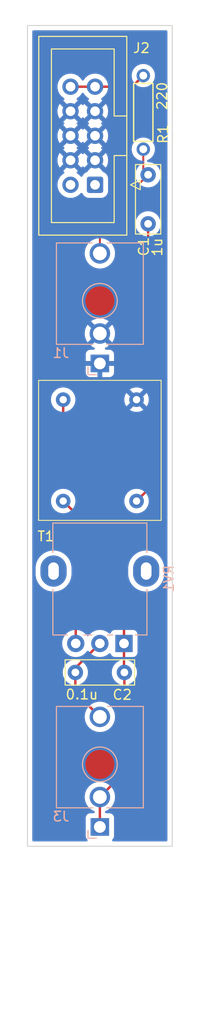
<source format=kicad_pcb>
(kicad_pcb (version 20221018) (generator pcbnew)
  (layers (0 "F.Cu" signal) (31 "B.Cu" signal) (34 "B.Paste" user) (35 "F.Paste" user) (36 "B.SilkS" user "B.Silkscreen") (37 "F.SilkS" user "F.Silkscreen") (38 "B.Mask" user) (39 "F.Mask" user) (44 "Edge.Cuts" user))
  (net 0 "")
  (net 1 "Net-(T1-AA)")
  (net 2 "MIC+")
  (net 3 "OUT_R")
  (net 4 "OUT_T")
  (net 5 "Net-(T1-SB)")
  (net 6 "MIC-")
  (net 9 "+12V")
  (footprint "PCM_4ms_Capacitor:C_Disc_P5.08mm" (layer "F.Cu") (at 12.5 18 90)
    (fp_text reference "C1" (at -4.9 -0.45 90) (layer "F.SilkS") (effects (font (size 1.016 1.016) (thickness 0.1524))))
    (fp_text value "1u" (at -4.95 0.95 90) (layer "F.SilkS") (effects (font (size 1.016 1.016) (thickness 0.1524))))
    (fp_line (start -3.6 -1.31) (end -3.6 1.31) (stroke (width 0.12)) (layer "F.SilkS"))
    (fp_line (start -3.6 -1.31) (end 3.6 -1.31) (stroke (width 0.12)) (layer "F.SilkS"))
    (fp_line (start -3.6 1.31) (end 3.6 1.31) (stroke (width 0.12)) (layer "F.SilkS"))
    (fp_line (start -3.59 0) (end -3.6 0) (stroke (width 0.05)) (layer "F.SilkS"))
    (fp_line (start 3.6 -1.31) (end 3.6 1.31) (stroke (width 0.12)) (layer "F.SilkS"))
    (pad "1" thru_hole circle (at -2.54 0 90) (size 1.6 1.6) (drill 0.8) (layers "*.Cu" "*.Mask") (net 1 "Net-(T1-AA)"))
    (pad "2" thru_hole circle (at 2.54 0 90) (size 1.6 1.6) (drill 0.8) (layers "*.Cu" "*.Mask") (net 2 "MIC+"))
  )
  (footprint "AlexCustom:EI14" (layer "F.Cu") (at 7.5 44 90)
    (fp_text reference "T1" (at -8.9 -5.6 unlocked) (layer "F.SilkS"))
    (fp_text value "Transformer_1P_1S")
    (fp_rect (start -7.25 -6.35) (end 7.25 6.35) (stroke (width 0.1)) (fill none) (layer "F.SilkS"))
    (pad "1" thru_hole circle (at -5.25 3.8 90) (size 1.524 1.524) (drill 0.762) (layers "*.Cu" "*.Mask") (net 1 "Net-(T1-AA)"))
    (pad "2" thru_hole circle (at 5.25 3.8 90) (size 1.524 1.524) (drill 0.762) (layers "*.Cu" "*.Mask") (net 6 "MIC-"))
    (pad "3" thru_hole circle (at 5.25 -3.8 90) (size 1.524 1.524) (drill 0.762) (layers "*.Cu" "*.Mask") (net 3 "OUT_R"))
    (pad "4" thru_hole circle (at -5.25 -3.8 90) (size 1.524 1.524) (drill 0.762) (layers "*.Cu" "*.Mask") (net 5 "Net-(T1-SB)"))
  )
  (footprint "PCM_4ms_Capacitor:C_Disc_P5.08mm" (layer "F.Cu") (at 7.5 67 180)
    (fp_text reference "C2" (at -2.32 -2.31) (layer "F.SilkS") (effects (font (size 1.016 1.016) (thickness 0.1524))))
    (fp_text value "0.1u" (at 1.87 -2.28) (layer "F.SilkS") (effects (font (size 1.016 1.016) (thickness 0.1524))))
    (fp_line (start -3.6 -1.31) (end -3.6 1.31) (stroke (width 0.12)) (layer "F.SilkS"))
    (fp_line (start -3.6 -1.31) (end 3.6 -1.31) (stroke (width 0.12)) (layer "F.SilkS"))
    (fp_line (start -3.6 1.31) (end 3.6 1.31) (stroke (width 0.12)) (layer "F.SilkS"))
    (fp_line (start -3.59 0) (end -3.6 0) (stroke (width 0.05)) (layer "F.SilkS"))
    (fp_line (start 3.6 -1.31) (end 3.6 1.31) (stroke (width 0.12)) (layer "F.SilkS"))
    (pad "1" thru_hole circle (at -2.54 0 180) (size 1.6 1.6) (drill 0.8) (layers "*.Cu" "*.Mask") (net 3 "OUT_R"))
    (pad "2" thru_hole circle (at 2.54 0 180) (size 1.6 1.6) (drill 0.8) (layers "*.Cu" "*.Mask") (net 4 "OUT_T"))
  )
  (footprint "PCM_4ms_Resistor:R_Axial_DIN0207_L6.3mm_D2.5mm_P7.62mm_Horizontal" (layer "F.Cu") (at 12 9 90)
    (fp_text reference "R1" (at -2.25 2.05 90) (layer "F.SilkS") (effects (font (size 1.016 1.016) (thickness 0.1524))))
    (fp_text value "220" (at 1.7 1.95 90) (layer "F.SilkS") (effects (font (size 1.016 1.016) (thickness 0.1524))))
    (fp_line (start -3 -1) (end -3 1) (stroke (width 0.15)) (layer "F.SilkS"))
    (fp_line (start -3 1) (end 3 1) (stroke (width 0.15)) (layer "F.SilkS"))
    (fp_line (start 3 -1) (end -3 -1) (stroke (width 0.15)) (layer "F.SilkS"))
    (fp_line (start 3 1) (end 3 -1) (stroke (width 0.15)) (layer "F.SilkS"))
    (pad "1" thru_hole circle (at -3.81 0 90) (size 1.397 1.397) (drill 0.8128) (layers "*.Cu" "*.Mask") (net 2 "MIC+"))
    (pad "2" thru_hole circle (at 3.81 0 90) (size 1.397 1.397) (drill 0.8128) (layers "*.Cu" "*.Mask") (net 9 "+12V"))
  )
  (footprint "Connector_IDC:IDC-Header_2x05_P2.54mm_Vertical" (layer "F.Cu") (at 7 16.5 180)
    (fp_text reference "J2" (at -4.81 14.16) (layer "F.SilkS"))
    (fp_text value "Conn_02x05_Odd_Even")
    (fp_line (start -4.68 -0.5) (end -4.68 0.5) (stroke (width 0.12)) (layer "F.SilkS"))
    (fp_line (start -4.68 0.5) (end -3.68 0) (stroke (width 0.12)) (layer "F.SilkS"))
    (fp_line (start -3.68 0) (end -4.68 -0.5) (stroke (width 0.12)) (layer "F.SilkS"))
    (fp_line (start -3.29 -5.21) (end 5.83 -5.21) (stroke (width 0.12)) (layer "F.SilkS"))
    (fp_line (start -3.29 3.03) (end -1.98 3.03) (stroke (width 0.12)) (layer "F.SilkS"))
    (fp_line (start -3.29 15.37) (end -3.29 -5.21) (stroke (width 0.12)) (layer "F.SilkS"))
    (fp_line (start -1.98 -3.91) (end 4.52 -3.91) (stroke (width 0.12)) (layer "F.SilkS"))
    (fp_line (start -1.98 3.03) (end -1.98 -3.91) (stroke (width 0.12)) (layer "F.SilkS"))
    (fp_line (start -1.98 7.13) (end -3.29 7.13) (stroke (width 0.12)) (layer "F.SilkS"))
    (fp_line (start -1.98 7.13) (end -1.98 7.13) (stroke (width 0.12)) (layer "F.SilkS"))
    (fp_line (start -1.98 14.07) (end -1.98 7.13) (stroke (width 0.12)) (layer "F.SilkS"))
    (fp_line (start 4.52 -3.91) (end 4.52 14.07) (stroke (width 0.12)) (layer "F.SilkS"))
    (fp_line (start 4.52 14.07) (end -1.98 14.07) (stroke (width 0.12)) (layer "F.SilkS"))
    (fp_line (start 5.83 -5.21) (end 5.83 15.37) (stroke (width 0.12)) (layer "F.SilkS"))
    (fp_line (start 5.83 15.37) (end -3.29 15.37) (stroke (width 0.12)) (layer "F.SilkS"))
    (pad "1" thru_hole roundrect (at 0 0 180) (size 1.7 1.7) (drill 1) (layers "*.Cu" "*.Mask") (roundrect_rratio 0.1470588235))
    (pad "2" thru_hole circle (at 2.54 0 180) (size 1.7 1.7) (drill 1) (layers "*.Cu" "*.Mask"))
    (pad "3" thru_hole circle (at 0 2.54 180) (size 1.7 1.7) (drill 1) (layers "*.Cu" "*.Mask") (net 6 "MIC-"))
    (pad "4" thru_hole circle (at 2.54 2.54 180) (size 1.7 1.7) (drill 1) (layers "*.Cu" "*.Mask") (net 6 "MIC-"))
    (pad "5" thru_hole circle (at 0 5.08 180) (size 1.7 1.7) (drill 1) (layers "*.Cu" "*.Mask") (net 6 "MIC-"))
    (pad "6" thru_hole circle (at 2.54 5.08 180) (size 1.7 1.7) (drill 1) (layers "*.Cu" "*.Mask") (net 6 "MIC-"))
    (pad "7" thru_hole circle (at 0 7.62 180) (size 1.7 1.7) (drill 1) (layers "*.Cu" "*.Mask") (net 6 "MIC-"))
    (pad "8" thru_hole circle (at 2.54 7.62 180) (size 1.7 1.7) (drill 1) (layers "*.Cu" "*.Mask") (net 6 "MIC-"))
    (pad "9" thru_hole circle (at 0 10.16 180) (size 1.7 1.7) (drill 1) (layers "*.Cu" "*.Mask") (net 9 "+12V"))
    (pad "10" thru_hole circle (at 2.54 10.16 180) (size 1.7 1.7) (drill 1) (layers "*.Cu" "*.Mask") (net 9 "+12V"))
  )
  (footprint "Potentiometer_THT:Potentiometer_Alpha_RD901F-40-00D_Single_Vertical" (layer "B.Cu") (at 10 64 90)
    (fp_text reference "RV1" (at 6.71 4.64 90) (layer "B.SilkS") (effects (justify mirror)))
    (fp_text value "1k")
    (fp_line (start 0.88 -7.37) (end 0.88 -5.88) (stroke (width 0.12)) (layer "B.SilkS"))
    (fp_line (start 0.88 -7.37) (end 5.6 -7.37) (stroke (width 0.12)) (layer "B.SilkS"))
    (fp_line (start 0.88 -4.16) (end 0.88 -3.33) (stroke (width 0.12)) (layer "B.SilkS"))
    (fp_line (start 0.88 -1.71) (end 0.88 -1.18) (stroke (width 0.12)) (layer "B.SilkS"))
    (fp_line (start 0.88 1.19) (end 0.88 2.37) (stroke (width 0.12)) (layer "B.SilkS"))
    (fp_line (start 0.88 2.38) (end 5.6 2.38) (stroke (width 0.12)) (layer "B.SilkS"))
    (fp_line (start 9.41 -7.37) (end 12.47 -7.37) (stroke (width 0.12)) (layer "B.SilkS"))
    (fp_line (start 9.41 2.37) (end 12.47 2.37) (stroke (width 0.12)) (layer "B.SilkS"))
    (fp_line (start 12.47 -7.37) (end 12.47 2.37) (stroke (width 0.12)) (layer "B.SilkS"))
    (pad "" thru_hole oval (at 7.5 -7.3) (size 2.72 3.24) (drill oval 1.1 1.8) (layers "*.Cu" "*.Mask"))
    (pad "" thru_hole oval (at 7.5 2.3) (size 2.72 3.24) (drill oval 1.1 1.8) (layers "*.Cu" "*.Mask"))
    (pad "1" thru_hole rect (at 0 0) (size 1.8 1.8) (drill 1) (layers "*.Cu" "*.Mask") (net 3 "OUT_R"))
    (pad "2" thru_hole circle (at 0 -2.5) (size 1.8 1.8) (drill 1) (layers "*.Cu" "*.Mask") (net 4 "OUT_T"))
    (pad "3" thru_hole circle (at 0 -5) (size 1.8 1.8) (drill 1) (layers "*.Cu" "*.Mask") (net 5 "Net-(T1-SB)"))
  )
  (footprint "Connector_Audio:Jack_3.5mm_QingPu_WQP-PJ398SM_Vertical_CircularHoles" (layer "B.Cu") (at 7.5 83)
    (fp_text reference "J3" (at -4.03 -1.08 -360) (layer "B.SilkS") (effects (justify mirror)))
    (fp_text value "AudioJack2_SwitchT")
    (fp_line (start -4.5 -1.98) (end -4.5 -12.48) (stroke (width 0.12)) (layer "B.SilkS"))
    (fp_line (start -1.23 1.17) (end -1.23 0.37) (stroke (width 0.12)) (layer "B.SilkS"))
    (fp_line (start -1.23 1.17) (end -0.37 1.17) (stroke (width 0.12)) (layer "B.SilkS"))
    (fp_line (start -0.8 -12.48) (end -4.5 -12.48) (stroke (width 0.12)) (layer "B.SilkS"))
    (fp_line (start -0.72 -1.98) (end -4.5 -1.98) (stroke (width 0.12)) (layer "B.SilkS"))
    (fp_line (start 4.5 -12.48) (end 0.8 -12.48) (stroke (width 0.12)) (layer "B.SilkS"))
    (fp_line (start 4.5 -1.98) (end 0.72 -1.98) (stroke (width 0.12)) (layer "B.SilkS"))
    (fp_line (start 4.5 -1.98) (end 4.5 -12.48) (stroke (width 0.12)) (layer "B.SilkS"))
    (fp_circle (center 0 -6.48) (end 1.8 -6.48) (stroke (width 0.12)) (fill none) (layer "B.SilkS"))
    (pad "S" thru_hole rect (at 0 0 180) (size 1.93 1.83) (drill 1.22) (layers "*.Cu" "*.Mask") (net 3 "OUT_R"))
    (pad "T" thru_hole circle (at 0 -11.4 180) (size 2.13 2.13) (drill 1.43) (layers "*.Cu" "*.Mask") (net 4 "OUT_T"))
    (pad "TN" thru_hole circle (at 0 -3.1 180) (size 2.13 2.13) (drill 1.42) (layers "*.Cu" "*.Mask") (net 3 "OUT_R"))
    (zone (net 0) (net_name "") (layer "B.Cu") (connect_pads (clearance 0)) (min_thickness 0.254)
      (keepout (tracks not_allowed) (vias not_allowed) (pads not_allowed) (copperpour not_allowed) (footprints not_allowed))
      (fill (thermal_gap 0.508) (thermal_bridge_width 0.508))
      (polygon (pts (xy 9.005141 76.52) (xy 8.98493 76.765829) (xy 8.924841 77.005055) (xy 8.826486 77.231256) (xy 8.692508 77.438355) (xy 8.526504 77.62079) (xy 8.332932 77.773664) (xy 8.116992 77.892869) (xy 7.884482 77.975206) (xy 7.641646 78.018461) (xy 7.395007 78.021475) (xy 7.151187 77.984165) (xy 6.916734 77.907534) (xy 6.697946 77.79364) (xy 6.500697 77.645542) (xy 6.330286 77.467216) (xy 6.191288 77.263452) (xy 6.087436 77.039722) (xy 6.021519 76.802035) (xy 5.995308 76.556774) (xy 6.009507 76.310525) (xy 6.063734 76.069901) (xy 6.156532 75.841366) (xy 6.285411 75.631055) (xy 6.446908 75.444618) (xy 6.636687 75.287061) (xy 6.84965 75.162615) (xy 7.080079 75.074623) (xy 7.321785 75.025447) (xy 7.568278 75.016408) (xy 7.812936 75.04775) (xy 8.049191 75.11863) (xy 8.270697 75.227144) (xy 8.471505 75.370379) (xy 8.646223 75.544488) (xy 8.790158 75.744795) (xy 8.899445 75.965921) (xy 8.971149 76.201926) (xy 9.003344 76.446474)))
    )
  )
  (footprint "Connector_Audio:Jack_3.5mm_QingPu_WQP-PJ398SM_Vertical_CircularHoles" (layer "B.Cu") (at 7.5 35)
    (fp_text reference "J1" (at -4.03 -1.08 -360) (layer "B.SilkS") (effects (justify mirror)))
    (fp_text value "AudioJack2_SwitchT")
    (fp_line (start -4.5 -1.98) (end -4.5 -12.48) (stroke (width 0.12)) (layer "B.SilkS"))
    (fp_line (start -1.23 1.17) (end -1.23 0.37) (stroke (width 0.12)) (layer "B.SilkS"))
    (fp_line (start -1.23 1.17) (end -0.37 1.17) (stroke (width 0.12)) (layer "B.SilkS"))
    (fp_line (start -0.8 -12.48) (end -4.5 -12.48) (stroke (width 0.12)) (layer "B.SilkS"))
    (fp_line (start -0.72 -1.98) (end -4.5 -1.98) (stroke (width 0.12)) (layer "B.SilkS"))
    (fp_line (start 4.5 -12.48) (end 0.8 -12.48) (stroke (width 0.12)) (layer "B.SilkS"))
    (fp_line (start 4.5 -1.98) (end 0.72 -1.98) (stroke (width 0.12)) (layer "B.SilkS"))
    (fp_line (start 4.5 -1.98) (end 4.5 -12.48) (stroke (width 0.12)) (layer "B.SilkS"))
    (fp_circle (center 0 -6.48) (end 1.8 -6.48) (stroke (width 0.12)) (fill none) (layer "B.SilkS"))
    (pad "S" thru_hole rect (at 0 0 180) (size 1.93 1.83) (drill 1.22) (layers "*.Cu" "*.Mask") (net 6 "MIC-"))
    (pad "T" thru_hole circle (at 0 -11.4 180) (size 2.13 2.13) (drill 1.43) (layers "*.Cu" "*.Mask") (net 2 "MIC+"))
    (pad "TN" thru_hole circle (at 0 -3.1 180) (size 2.13 2.13) (drill 1.42) (layers "*.Cu" "*.Mask") (net 6 "MIC-"))
    (zone (net 0) (net_name "") (layer "B.Cu") (connect_pads (clearance 0)) (min_thickness 0.254)
      (keepout (tracks not_allowed) (vias not_allowed) (pads not_allowed) (copperpour not_allowed) (footprints not_allowed))
      (fill (thermal_gap 0.508) (thermal_bridge_width 0.508))
      (polygon (pts (xy 9.005141 28.52) (xy 8.98493 28.765829) (xy 8.924841 29.005055) (xy 8.826486 29.231256) (xy 8.692508 29.438355) (xy 8.526504 29.62079) (xy 8.332932 29.773664) (xy 8.116992 29.892869) (xy 7.884482 29.975206) (xy 7.641646 30.018461) (xy 7.395007 30.021475) (xy 7.151187 29.984165) (xy 6.916734 29.907534) (xy 6.697946 29.79364) (xy 6.500697 29.645542) (xy 6.330286 29.467216) (xy 6.191288 29.263452) (xy 6.087436 29.039722) (xy 6.021519 28.802035) (xy 5.995308 28.556774) (xy 6.009507 28.310525) (xy 6.063734 28.069901) (xy 6.156532 27.841366) (xy 6.285411 27.631055) (xy 6.446908 27.444618) (xy 6.636687 27.287061) (xy 6.84965 27.162615) (xy 7.080079 27.074623) (xy 7.321785 27.025447) (xy 7.568278 27.016408) (xy 7.812936 27.04775) (xy 8.049191 27.11863) (xy 8.270697 27.227144) (xy 8.471505 27.370379) (xy 8.646223 27.544488) (xy 8.790158 27.744795) (xy 8.899445 27.965921) (xy 8.971149 28.201926) (xy 9.003344 28.446474)))
    )
  )
  (gr_rect (start 0 0) (end 15 85) (stroke (width 0.1)) (fill none) (layer "Edge.Cuts"))
  (segment (start 12.5 20.54) (end 12.5 34.05) (width 0.25) (layer "F.Cu") (net 1))
  (segment (start 12.5 34.05) (end 13.45 35) (width 0.25) (layer "F.Cu") (net 1))
  (segment (start 13.45 47.1) (end 11.3 49.25) (width 0.25) (layer "F.Cu") (net 1))
  (segment (start 13.45 35) (end 13.45 47.1) (width 0.25) (layer "F.Cu") (net 1))
  (segment (start 12 14.96) (end 12.5 15.46) (width 0.2) (layer "F.Cu") (net 2))
  (segment (start 7.5 20.46) (end 12.5 15.46) (width 0.2) (layer "F.Cu") (net 2))
  (segment (start 7.5 23.6) (end 7.5 20.46) (width 0.2) (layer "F.Cu") (net 2))
  (segment (start 12 12.81) (end 12 14.96) (width 0.2) (layer "F.Cu") (net 2))
  (segment (start 3.7 38.75) (end 3.7 45.5) (width 0.25) (layer "F.Cu") (net 3))
  (segment (start 10 66.96) (end 10.04 67) (width 0.25) (layer "F.Cu") (net 3))
  (segment (start 7.5 79.9) (end 7.5 83) (width 0.25) (layer "F.Cu") (net 3))
  (segment (start 10 51.8) (end 10 64) (width 0.25) (layer "F.Cu") (net 3))
  (segment (start 10.04 77.36) (end 7.5 79.9) (width 0.25) (layer "F.Cu") (net 3))
  (segment (start 10.04 67) (end 10.04 77.36) (width 0.25) (layer "F.Cu") (net 3))
  (segment (start 3.7 45.5) (end 10 51.8) (width 0.25) (layer "F.Cu") (net 3))
  (segment (start 10 64) (end 10 66.96) (width 0.25) (layer "F.Cu") (net 3))
  (segment (start 7.5 64) (end 4.96 66.54) (width 0.25) (layer "F.Cu") (net 4))
  (segment (start 4.96 67) (end 4.96 69.06) (width 0.25) (layer "F.Cu") (net 4))
  (segment (start 4.96 69.06) (end 7.5 71.6) (width 0.25) (layer "F.Cu") (net 4))
  (segment (start 4.96 66.54) (end 4.96 67) (width 0.25) (layer "F.Cu") (net 4))
  (segment (start 5 50.55) (end 5 64) (width 0.25) (layer "F.Cu") (net 5))
  (segment (start 3.7 49.25) (end 5 50.55) (width 0.25) (layer "F.Cu") (net 5))
  (segment (start 4.46 6.34) (end 7 6.34) (width 0.25) (layer "F.Cu") (net 9))
  (segment (start 10.85 6.34) (end 7 6.34) (width 0.25) (layer "F.Cu") (net 9))
  (segment (start 12 5.19) (end 10.85 6.34) (width 0.25) (layer "F.Cu") (net 9))
  (zone (net 6) (net_name "MIC-") (layers "F&B.Cu") (connect_pads (clearance 0.5)) (min_thickness 0.25) (fill yes (thermal_gap 0.5) (thermal_bridge_width 0.5))
    (polygon (pts (xy -2.54 -2.54) (xy -2.04 103.43) (xy 18.1 103.33) (xy 17.6 -2.64)))
  )
)
</source>
